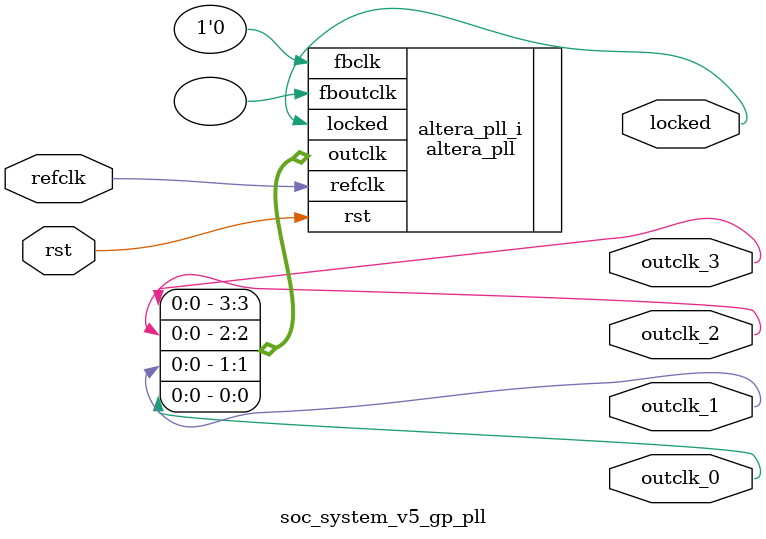
<source format=v>
`timescale 1ns/10ps
module  soc_system_v5_gp_pll(

	// interface 'refclk'
	input wire refclk,

	// interface 'reset'
	input wire rst,

	// interface 'outclk0'
	output wire outclk_0,

	// interface 'outclk1'
	output wire outclk_1,

	// interface 'outclk2'
	output wire outclk_2,

	// interface 'outclk3'
	output wire outclk_3,

	// interface 'locked'
	output wire locked
);

	altera_pll #(
		.fractional_vco_multiplier("false"),
		.reference_clock_frequency("50.0 MHz"),
		.operation_mode("normal"),
		.number_of_clocks(4),
		.output_clock_frequency0("130.000000 MHz"),
		.phase_shift0("0 ps"),
		.duty_cycle0(50),
		.output_clock_frequency1("65.000000 MHz"),
		.phase_shift1("0 ps"),
		.duty_cycle1(50),
		.output_clock_frequency2("50.000000 MHz"),
		.phase_shift2("0 ps"),
		.duty_cycle2(50),
		.output_clock_frequency3("50.000000 MHz"),
		.phase_shift3("-3846 ps"),
		.duty_cycle3(50),
		.output_clock_frequency4("0 MHz"),
		.phase_shift4("0 ps"),
		.duty_cycle4(50),
		.output_clock_frequency5("0 MHz"),
		.phase_shift5("0 ps"),
		.duty_cycle5(50),
		.output_clock_frequency6("0 MHz"),
		.phase_shift6("0 ps"),
		.duty_cycle6(50),
		.output_clock_frequency7("0 MHz"),
		.phase_shift7("0 ps"),
		.duty_cycle7(50),
		.output_clock_frequency8("0 MHz"),
		.phase_shift8("0 ps"),
		.duty_cycle8(50),
		.output_clock_frequency9("0 MHz"),
		.phase_shift9("0 ps"),
		.duty_cycle9(50),
		.output_clock_frequency10("0 MHz"),
		.phase_shift10("0 ps"),
		.duty_cycle10(50),
		.output_clock_frequency11("0 MHz"),
		.phase_shift11("0 ps"),
		.duty_cycle11(50),
		.output_clock_frequency12("0 MHz"),
		.phase_shift12("0 ps"),
		.duty_cycle12(50),
		.output_clock_frequency13("0 MHz"),
		.phase_shift13("0 ps"),
		.duty_cycle13(50),
		.output_clock_frequency14("0 MHz"),
		.phase_shift14("0 ps"),
		.duty_cycle14(50),
		.output_clock_frequency15("0 MHz"),
		.phase_shift15("0 ps"),
		.duty_cycle15(50),
		.output_clock_frequency16("0 MHz"),
		.phase_shift16("0 ps"),
		.duty_cycle16(50),
		.output_clock_frequency17("0 MHz"),
		.phase_shift17("0 ps"),
		.duty_cycle17(50),
		.pll_type("General"),
		.pll_subtype("General")
	) altera_pll_i (
		.rst	(rst),
		.outclk	({outclk_3, outclk_2, outclk_1, outclk_0}),
		.locked	(locked),
		.fboutclk	( ),
		.fbclk	(1'b0),
		.refclk	(refclk)
	);
endmodule


</source>
